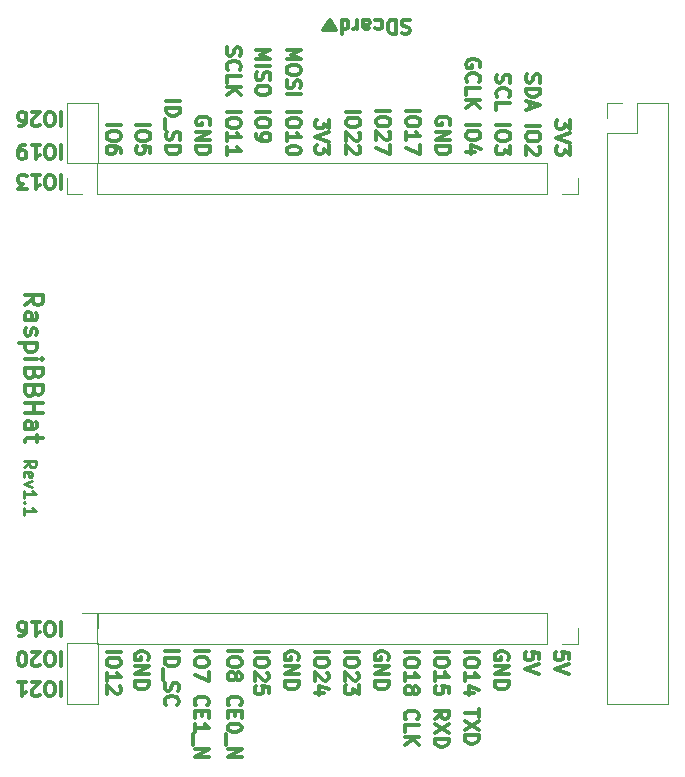
<source format=gto>
G04 #@! TF.GenerationSoftware,KiCad,Pcbnew,5.0.0-rc1-44a33f2~62~ubuntu17.10.1*
G04 #@! TF.CreationDate,2018-04-10T00:21:39+09:00*
G04 #@! TF.ProjectId,RaspiBBHat,526173706942424861742E6B69636164,rev?*
G04 #@! TF.SameCoordinates,Original*
G04 #@! TF.FileFunction,Legend,Top*
G04 #@! TF.FilePolarity,Positive*
%FSLAX46Y46*%
G04 Gerber Fmt 4.6, Leading zero omitted, Abs format (unit mm)*
G04 Created by KiCad (PCBNEW 5.0.0-rc1-44a33f2~62~ubuntu17.10.1) date Tue Apr 10 00:21:39 2018*
%MOMM*%
%LPD*%
G01*
G04 APERTURE LIST*
%ADD10C,0.250000*%
%ADD11C,0.300000*%
%ADD12C,0.120000*%
G04 APERTURE END LIST*
D10*
X73144119Y-105751523D02*
X73620309Y-105418190D01*
X73144119Y-105180095D02*
X74144119Y-105180095D01*
X74144119Y-105561047D01*
X74096500Y-105656285D01*
X74048880Y-105703904D01*
X73953642Y-105751523D01*
X73810785Y-105751523D01*
X73715547Y-105703904D01*
X73667928Y-105656285D01*
X73620309Y-105561047D01*
X73620309Y-105180095D01*
X73191738Y-106561047D02*
X73144119Y-106465809D01*
X73144119Y-106275333D01*
X73191738Y-106180095D01*
X73286976Y-106132476D01*
X73667928Y-106132476D01*
X73763166Y-106180095D01*
X73810785Y-106275333D01*
X73810785Y-106465809D01*
X73763166Y-106561047D01*
X73667928Y-106608666D01*
X73572690Y-106608666D01*
X73477452Y-106132476D01*
X73810785Y-106942000D02*
X73144119Y-107180095D01*
X73810785Y-107418190D01*
X73144119Y-108322952D02*
X73144119Y-107751523D01*
X73144119Y-108037238D02*
X74144119Y-108037238D01*
X74001261Y-107942000D01*
X73906023Y-107846761D01*
X73858404Y-107751523D01*
X73239357Y-108751523D02*
X73191738Y-108799142D01*
X73144119Y-108751523D01*
X73191738Y-108703904D01*
X73239357Y-108751523D01*
X73144119Y-108751523D01*
X73144119Y-109751523D02*
X73144119Y-109180095D01*
X73144119Y-109465809D02*
X74144119Y-109465809D01*
X74001261Y-109370571D01*
X73906023Y-109275333D01*
X73858404Y-109180095D01*
D11*
X73235428Y-92032000D02*
X73949714Y-91532000D01*
X73235428Y-91174857D02*
X74735428Y-91174857D01*
X74735428Y-91746285D01*
X74664000Y-91889142D01*
X74592571Y-91960571D01*
X74449714Y-92032000D01*
X74235428Y-92032000D01*
X74092571Y-91960571D01*
X74021142Y-91889142D01*
X73949714Y-91746285D01*
X73949714Y-91174857D01*
X73235428Y-93317714D02*
X74021142Y-93317714D01*
X74164000Y-93246285D01*
X74235428Y-93103428D01*
X74235428Y-92817714D01*
X74164000Y-92674857D01*
X73306857Y-93317714D02*
X73235428Y-93174857D01*
X73235428Y-92817714D01*
X73306857Y-92674857D01*
X73449714Y-92603428D01*
X73592571Y-92603428D01*
X73735428Y-92674857D01*
X73806857Y-92817714D01*
X73806857Y-93174857D01*
X73878285Y-93317714D01*
X73306857Y-93960571D02*
X73235428Y-94103428D01*
X73235428Y-94389142D01*
X73306857Y-94532000D01*
X73449714Y-94603428D01*
X73521142Y-94603428D01*
X73664000Y-94532000D01*
X73735428Y-94389142D01*
X73735428Y-94174857D01*
X73806857Y-94032000D01*
X73949714Y-93960571D01*
X74021142Y-93960571D01*
X74164000Y-94032000D01*
X74235428Y-94174857D01*
X74235428Y-94389142D01*
X74164000Y-94532000D01*
X74235428Y-95246285D02*
X72735428Y-95246285D01*
X74164000Y-95246285D02*
X74235428Y-95389142D01*
X74235428Y-95674857D01*
X74164000Y-95817714D01*
X74092571Y-95889142D01*
X73949714Y-95960571D01*
X73521142Y-95960571D01*
X73378285Y-95889142D01*
X73306857Y-95817714D01*
X73235428Y-95674857D01*
X73235428Y-95389142D01*
X73306857Y-95246285D01*
X73235428Y-96603428D02*
X74235428Y-96603428D01*
X74735428Y-96603428D02*
X74664000Y-96532000D01*
X74592571Y-96603428D01*
X74664000Y-96674857D01*
X74735428Y-96603428D01*
X74592571Y-96603428D01*
X74021142Y-97817714D02*
X73949714Y-98032000D01*
X73878285Y-98103428D01*
X73735428Y-98174857D01*
X73521142Y-98174857D01*
X73378285Y-98103428D01*
X73306857Y-98032000D01*
X73235428Y-97889142D01*
X73235428Y-97317714D01*
X74735428Y-97317714D01*
X74735428Y-97817714D01*
X74664000Y-97960571D01*
X74592571Y-98032000D01*
X74449714Y-98103428D01*
X74306857Y-98103428D01*
X74164000Y-98032000D01*
X74092571Y-97960571D01*
X74021142Y-97817714D01*
X74021142Y-97317714D01*
X74021142Y-99317714D02*
X73949714Y-99532000D01*
X73878285Y-99603428D01*
X73735428Y-99674857D01*
X73521142Y-99674857D01*
X73378285Y-99603428D01*
X73306857Y-99532000D01*
X73235428Y-99389142D01*
X73235428Y-98817714D01*
X74735428Y-98817714D01*
X74735428Y-99317714D01*
X74664000Y-99460571D01*
X74592571Y-99532000D01*
X74449714Y-99603428D01*
X74306857Y-99603428D01*
X74164000Y-99532000D01*
X74092571Y-99460571D01*
X74021142Y-99317714D01*
X74021142Y-98817714D01*
X73235428Y-100317714D02*
X74735428Y-100317714D01*
X74021142Y-100317714D02*
X74021142Y-101174857D01*
X73235428Y-101174857D02*
X74735428Y-101174857D01*
X73235428Y-102532000D02*
X74021142Y-102532000D01*
X74164000Y-102460571D01*
X74235428Y-102317714D01*
X74235428Y-102032000D01*
X74164000Y-101889142D01*
X73306857Y-102532000D02*
X73235428Y-102389142D01*
X73235428Y-102032000D01*
X73306857Y-101889142D01*
X73449714Y-101817714D01*
X73592571Y-101817714D01*
X73735428Y-101889142D01*
X73806857Y-102032000D01*
X73806857Y-102389142D01*
X73878285Y-102532000D01*
X74235428Y-103032000D02*
X74235428Y-103603428D01*
X74735428Y-103246285D02*
X73449714Y-103246285D01*
X73306857Y-103317714D01*
X73235428Y-103460571D01*
X73235428Y-103603428D01*
X105828642Y-67903785D02*
X105657214Y-67846642D01*
X105371500Y-67846642D01*
X105257214Y-67903785D01*
X105200071Y-67960928D01*
X105142928Y-68075214D01*
X105142928Y-68189500D01*
X105200071Y-68303785D01*
X105257214Y-68360928D01*
X105371500Y-68418071D01*
X105600071Y-68475214D01*
X105714357Y-68532357D01*
X105771500Y-68589500D01*
X105828642Y-68703785D01*
X105828642Y-68818071D01*
X105771500Y-68932357D01*
X105714357Y-68989500D01*
X105600071Y-69046642D01*
X105314357Y-69046642D01*
X105142928Y-68989500D01*
X104628642Y-67846642D02*
X104628642Y-69046642D01*
X104342928Y-69046642D01*
X104171500Y-68989500D01*
X104057214Y-68875214D01*
X104000071Y-68760928D01*
X103942928Y-68532357D01*
X103942928Y-68360928D01*
X104000071Y-68132357D01*
X104057214Y-68018071D01*
X104171500Y-67903785D01*
X104342928Y-67846642D01*
X104628642Y-67846642D01*
X102914357Y-67903785D02*
X103028642Y-67846642D01*
X103257214Y-67846642D01*
X103371500Y-67903785D01*
X103428642Y-67960928D01*
X103485785Y-68075214D01*
X103485785Y-68418071D01*
X103428642Y-68532357D01*
X103371500Y-68589500D01*
X103257214Y-68646642D01*
X103028642Y-68646642D01*
X102914357Y-68589500D01*
X101885785Y-67846642D02*
X101885785Y-68475214D01*
X101942928Y-68589500D01*
X102057214Y-68646642D01*
X102285785Y-68646642D01*
X102400071Y-68589500D01*
X101885785Y-67903785D02*
X102000071Y-67846642D01*
X102285785Y-67846642D01*
X102400071Y-67903785D01*
X102457214Y-68018071D01*
X102457214Y-68132357D01*
X102400071Y-68246642D01*
X102285785Y-68303785D01*
X102000071Y-68303785D01*
X101885785Y-68360928D01*
X101314357Y-67846642D02*
X101314357Y-68646642D01*
X101314357Y-68418071D02*
X101257214Y-68532357D01*
X101200071Y-68589500D01*
X101085785Y-68646642D01*
X100971500Y-68646642D01*
X100057214Y-67846642D02*
X100057214Y-69046642D01*
X100057214Y-67903785D02*
X100171500Y-67846642D01*
X100400071Y-67846642D01*
X100514357Y-67903785D01*
X100571500Y-67960928D01*
X100628642Y-68075214D01*
X100628642Y-68418071D01*
X100571500Y-68532357D01*
X100514357Y-68589500D01*
X100400071Y-68646642D01*
X100171500Y-68646642D01*
X100057214Y-68589500D01*
X98571500Y-68703785D02*
X98571500Y-68760928D01*
X98628642Y-68589500D02*
X98628642Y-68760928D01*
X98685785Y-68475214D02*
X98685785Y-68760928D01*
X98742928Y-68360928D02*
X98742928Y-68760928D01*
X98800071Y-68303785D02*
X98800071Y-68760928D01*
X98857214Y-68189500D02*
X98857214Y-68760928D01*
X98914357Y-68075214D02*
X98914357Y-68760928D01*
X98971500Y-67960928D02*
X98971500Y-68760928D01*
X99028642Y-67846642D02*
X99028642Y-68760928D01*
X99085785Y-67960928D02*
X99085785Y-68760928D01*
X99142928Y-68075214D02*
X99142928Y-68760928D01*
X99200071Y-68189500D02*
X99200071Y-68760928D01*
X99257214Y-68303785D02*
X99257214Y-68760928D01*
X99314357Y-68360928D02*
X99314357Y-68760928D01*
X99371500Y-68475214D02*
X99371500Y-68760928D01*
X99428642Y-68589500D02*
X99428642Y-68760928D01*
X99485785Y-68760928D02*
X99028642Y-67903785D01*
X98571500Y-68760928D01*
X99485785Y-68703785D02*
X99485785Y-68760928D01*
X99028642Y-67846642D02*
X99542928Y-68760928D01*
X98514357Y-68760928D01*
X99028642Y-67846642D01*
X107915142Y-121349000D02*
X109115142Y-121349000D01*
X109115142Y-122149000D02*
X109115142Y-122377571D01*
X109058000Y-122491857D01*
X108943714Y-122606142D01*
X108715142Y-122663285D01*
X108315142Y-122663285D01*
X108086571Y-122606142D01*
X107972285Y-122491857D01*
X107915142Y-122377571D01*
X107915142Y-122149000D01*
X107972285Y-122034714D01*
X108086571Y-121920428D01*
X108315142Y-121863285D01*
X108715142Y-121863285D01*
X108943714Y-121920428D01*
X109058000Y-122034714D01*
X109115142Y-122149000D01*
X107915142Y-123806142D02*
X107915142Y-123120428D01*
X107915142Y-123463285D02*
X109115142Y-123463285D01*
X108943714Y-123349000D01*
X108829428Y-123234714D01*
X108772285Y-123120428D01*
X109115142Y-124891857D02*
X109115142Y-124320428D01*
X108543714Y-124263285D01*
X108600857Y-124320428D01*
X108658000Y-124434714D01*
X108658000Y-124720428D01*
X108600857Y-124834714D01*
X108543714Y-124891857D01*
X108429428Y-124949000D01*
X108143714Y-124949000D01*
X108029428Y-124891857D01*
X107972285Y-124834714D01*
X107915142Y-124720428D01*
X107915142Y-124434714D01*
X107972285Y-124320428D01*
X108029428Y-124263285D01*
X107915142Y-127063285D02*
X108486571Y-126663285D01*
X107915142Y-126377571D02*
X109115142Y-126377571D01*
X109115142Y-126834714D01*
X109058000Y-126949000D01*
X109000857Y-127006142D01*
X108886571Y-127063285D01*
X108715142Y-127063285D01*
X108600857Y-127006142D01*
X108543714Y-126949000D01*
X108486571Y-126834714D01*
X108486571Y-126377571D01*
X109115142Y-127463285D02*
X107915142Y-128263285D01*
X109115142Y-128263285D02*
X107915142Y-127463285D01*
X107915142Y-128720428D02*
X109115142Y-128720428D01*
X109115142Y-129006142D01*
X109058000Y-129177571D01*
X108943714Y-129291857D01*
X108829428Y-129349000D01*
X108600857Y-129406142D01*
X108429428Y-129406142D01*
X108200857Y-129349000D01*
X108086571Y-129291857D01*
X107972285Y-129177571D01*
X107915142Y-129006142D01*
X107915142Y-128720428D01*
X105375142Y-121371214D02*
X106575142Y-121371214D01*
X106575142Y-122171214D02*
X106575142Y-122399785D01*
X106518000Y-122514071D01*
X106403714Y-122628357D01*
X106175142Y-122685500D01*
X105775142Y-122685500D01*
X105546571Y-122628357D01*
X105432285Y-122514071D01*
X105375142Y-122399785D01*
X105375142Y-122171214D01*
X105432285Y-122056928D01*
X105546571Y-121942642D01*
X105775142Y-121885500D01*
X106175142Y-121885500D01*
X106403714Y-121942642D01*
X106518000Y-122056928D01*
X106575142Y-122171214D01*
X105375142Y-123828357D02*
X105375142Y-123142642D01*
X105375142Y-123485500D02*
X106575142Y-123485500D01*
X106403714Y-123371214D01*
X106289428Y-123256928D01*
X106232285Y-123142642D01*
X106060857Y-124514071D02*
X106118000Y-124399785D01*
X106175142Y-124342642D01*
X106289428Y-124285500D01*
X106346571Y-124285500D01*
X106460857Y-124342642D01*
X106518000Y-124399785D01*
X106575142Y-124514071D01*
X106575142Y-124742642D01*
X106518000Y-124856928D01*
X106460857Y-124914071D01*
X106346571Y-124971214D01*
X106289428Y-124971214D01*
X106175142Y-124914071D01*
X106118000Y-124856928D01*
X106060857Y-124742642D01*
X106060857Y-124514071D01*
X106003714Y-124399785D01*
X105946571Y-124342642D01*
X105832285Y-124285500D01*
X105603714Y-124285500D01*
X105489428Y-124342642D01*
X105432285Y-124399785D01*
X105375142Y-124514071D01*
X105375142Y-124742642D01*
X105432285Y-124856928D01*
X105489428Y-124914071D01*
X105603714Y-124971214D01*
X105832285Y-124971214D01*
X105946571Y-124914071D01*
X106003714Y-124856928D01*
X106060857Y-124742642D01*
X105489428Y-127085500D02*
X105432285Y-127028357D01*
X105375142Y-126856928D01*
X105375142Y-126742642D01*
X105432285Y-126571214D01*
X105546571Y-126456928D01*
X105660857Y-126399785D01*
X105889428Y-126342642D01*
X106060857Y-126342642D01*
X106289428Y-126399785D01*
X106403714Y-126456928D01*
X106518000Y-126571214D01*
X106575142Y-126742642D01*
X106575142Y-126856928D01*
X106518000Y-127028357D01*
X106460857Y-127085500D01*
X105375142Y-128171214D02*
X105375142Y-127599785D01*
X106575142Y-127599785D01*
X105375142Y-128571214D02*
X106575142Y-128571214D01*
X105375142Y-129256928D02*
X106060857Y-128742642D01*
X106575142Y-129256928D02*
X105889428Y-128571214D01*
X80165642Y-121355071D02*
X81365642Y-121355071D01*
X81365642Y-122155071D02*
X81365642Y-122383642D01*
X81308500Y-122497928D01*
X81194214Y-122612214D01*
X80965642Y-122669357D01*
X80565642Y-122669357D01*
X80337071Y-122612214D01*
X80222785Y-122497928D01*
X80165642Y-122383642D01*
X80165642Y-122155071D01*
X80222785Y-122040785D01*
X80337071Y-121926500D01*
X80565642Y-121869357D01*
X80965642Y-121869357D01*
X81194214Y-121926500D01*
X81308500Y-122040785D01*
X81365642Y-122155071D01*
X80165642Y-123812214D02*
X80165642Y-123126500D01*
X80165642Y-123469357D02*
X81365642Y-123469357D01*
X81194214Y-123355071D01*
X81079928Y-123240785D01*
X81022785Y-123126500D01*
X81251357Y-124269357D02*
X81308500Y-124326500D01*
X81365642Y-124440785D01*
X81365642Y-124726500D01*
X81308500Y-124840785D01*
X81251357Y-124897928D01*
X81137071Y-124955071D01*
X81022785Y-124955071D01*
X80851357Y-124897928D01*
X80165642Y-124212214D01*
X80165642Y-124955071D01*
X96358000Y-122021714D02*
X96415142Y-121907428D01*
X96415142Y-121736000D01*
X96358000Y-121564571D01*
X96243714Y-121450285D01*
X96129428Y-121393142D01*
X95900857Y-121336000D01*
X95729428Y-121336000D01*
X95500857Y-121393142D01*
X95386571Y-121450285D01*
X95272285Y-121564571D01*
X95215142Y-121736000D01*
X95215142Y-121850285D01*
X95272285Y-122021714D01*
X95329428Y-122078857D01*
X95729428Y-122078857D01*
X95729428Y-121850285D01*
X95215142Y-122593142D02*
X96415142Y-122593142D01*
X95215142Y-123278857D01*
X96415142Y-123278857D01*
X95215142Y-123850285D02*
X96415142Y-123850285D01*
X96415142Y-124136000D01*
X96358000Y-124307428D01*
X96243714Y-124421714D01*
X96129428Y-124478857D01*
X95900857Y-124536000D01*
X95729428Y-124536000D01*
X95500857Y-124478857D01*
X95386571Y-124421714D01*
X95272285Y-124307428D01*
X95215142Y-124136000D01*
X95215142Y-123850285D01*
X97755142Y-121355071D02*
X98955142Y-121355071D01*
X98955142Y-122155071D02*
X98955142Y-122383642D01*
X98898000Y-122497928D01*
X98783714Y-122612214D01*
X98555142Y-122669357D01*
X98155142Y-122669357D01*
X97926571Y-122612214D01*
X97812285Y-122497928D01*
X97755142Y-122383642D01*
X97755142Y-122155071D01*
X97812285Y-122040785D01*
X97926571Y-121926500D01*
X98155142Y-121869357D01*
X98555142Y-121869357D01*
X98783714Y-121926500D01*
X98898000Y-122040785D01*
X98955142Y-122155071D01*
X98840857Y-123126500D02*
X98898000Y-123183642D01*
X98955142Y-123297928D01*
X98955142Y-123583642D01*
X98898000Y-123697928D01*
X98840857Y-123755071D01*
X98726571Y-123812214D01*
X98612285Y-123812214D01*
X98440857Y-123755071D01*
X97755142Y-123069357D01*
X97755142Y-123812214D01*
X98555142Y-124840785D02*
X97755142Y-124840785D01*
X99012285Y-124555071D02*
X98155142Y-124269357D01*
X98155142Y-125012214D01*
X119275142Y-122008928D02*
X119275142Y-121437500D01*
X118703714Y-121380357D01*
X118760857Y-121437500D01*
X118818000Y-121551785D01*
X118818000Y-121837500D01*
X118760857Y-121951785D01*
X118703714Y-122008928D01*
X118589428Y-122066071D01*
X118303714Y-122066071D01*
X118189428Y-122008928D01*
X118132285Y-121951785D01*
X118075142Y-121837500D01*
X118075142Y-121551785D01*
X118132285Y-121437500D01*
X118189428Y-121380357D01*
X119275142Y-122408928D02*
X118075142Y-122808928D01*
X119275142Y-123208928D01*
X116735142Y-122008928D02*
X116735142Y-121437500D01*
X116163714Y-121380357D01*
X116220857Y-121437500D01*
X116278000Y-121551785D01*
X116278000Y-121837500D01*
X116220857Y-121951785D01*
X116163714Y-122008928D01*
X116049428Y-122066071D01*
X115763714Y-122066071D01*
X115649428Y-122008928D01*
X115592285Y-121951785D01*
X115535142Y-121837500D01*
X115535142Y-121551785D01*
X115592285Y-121437500D01*
X115649428Y-121380357D01*
X116735142Y-122408928D02*
X115535142Y-122808928D01*
X116735142Y-123208928D01*
X83658000Y-122021714D02*
X83715142Y-121907428D01*
X83715142Y-121736000D01*
X83658000Y-121564571D01*
X83543714Y-121450285D01*
X83429428Y-121393142D01*
X83200857Y-121336000D01*
X83029428Y-121336000D01*
X82800857Y-121393142D01*
X82686571Y-121450285D01*
X82572285Y-121564571D01*
X82515142Y-121736000D01*
X82515142Y-121850285D01*
X82572285Y-122021714D01*
X82629428Y-122078857D01*
X83029428Y-122078857D01*
X83029428Y-121850285D01*
X82515142Y-122593142D02*
X83715142Y-122593142D01*
X82515142Y-123278857D01*
X83715142Y-123278857D01*
X82515142Y-123850285D02*
X83715142Y-123850285D01*
X83715142Y-124136000D01*
X83658000Y-124307428D01*
X83543714Y-124421714D01*
X83429428Y-124478857D01*
X83200857Y-124536000D01*
X83029428Y-124536000D01*
X82800857Y-124478857D01*
X82686571Y-124421714D01*
X82572285Y-124307428D01*
X82515142Y-124136000D01*
X82515142Y-123850285D01*
X110455142Y-121364857D02*
X111655142Y-121364857D01*
X111655142Y-122164857D02*
X111655142Y-122393428D01*
X111598000Y-122507714D01*
X111483714Y-122622000D01*
X111255142Y-122679142D01*
X110855142Y-122679142D01*
X110626571Y-122622000D01*
X110512285Y-122507714D01*
X110455142Y-122393428D01*
X110455142Y-122164857D01*
X110512285Y-122050571D01*
X110626571Y-121936285D01*
X110855142Y-121879142D01*
X111255142Y-121879142D01*
X111483714Y-121936285D01*
X111598000Y-122050571D01*
X111655142Y-122164857D01*
X110455142Y-123822000D02*
X110455142Y-123136285D01*
X110455142Y-123479142D02*
X111655142Y-123479142D01*
X111483714Y-123364857D01*
X111369428Y-123250571D01*
X111312285Y-123136285D01*
X111255142Y-124850571D02*
X110455142Y-124850571D01*
X111712285Y-124564857D02*
X110855142Y-124279142D01*
X110855142Y-125022000D01*
X111655142Y-126222000D02*
X111655142Y-126907714D01*
X110455142Y-126564857D02*
X111655142Y-126564857D01*
X111655142Y-127193428D02*
X110455142Y-127993428D01*
X111655142Y-127993428D02*
X110455142Y-127193428D01*
X110455142Y-128450571D02*
X111655142Y-128450571D01*
X111655142Y-128736285D01*
X111598000Y-128907714D01*
X111483714Y-129022000D01*
X111369428Y-129079142D01*
X111140857Y-129136285D01*
X110969428Y-129136285D01*
X110740857Y-129079142D01*
X110626571Y-129022000D01*
X110512285Y-128907714D01*
X110455142Y-128736285D01*
X110455142Y-128450571D01*
X100295142Y-121355071D02*
X101495142Y-121355071D01*
X101495142Y-122155071D02*
X101495142Y-122383642D01*
X101438000Y-122497928D01*
X101323714Y-122612214D01*
X101095142Y-122669357D01*
X100695142Y-122669357D01*
X100466571Y-122612214D01*
X100352285Y-122497928D01*
X100295142Y-122383642D01*
X100295142Y-122155071D01*
X100352285Y-122040785D01*
X100466571Y-121926500D01*
X100695142Y-121869357D01*
X101095142Y-121869357D01*
X101323714Y-121926500D01*
X101438000Y-122040785D01*
X101495142Y-122155071D01*
X101380857Y-123126500D02*
X101438000Y-123183642D01*
X101495142Y-123297928D01*
X101495142Y-123583642D01*
X101438000Y-123697928D01*
X101380857Y-123755071D01*
X101266571Y-123812214D01*
X101152285Y-123812214D01*
X100980857Y-123755071D01*
X100295142Y-123069357D01*
X100295142Y-123812214D01*
X101495142Y-124212214D02*
X101495142Y-124955071D01*
X101038000Y-124555071D01*
X101038000Y-124726500D01*
X100980857Y-124840785D01*
X100923714Y-124897928D01*
X100809428Y-124955071D01*
X100523714Y-124955071D01*
X100409428Y-124897928D01*
X100352285Y-124840785D01*
X100295142Y-124726500D01*
X100295142Y-124383642D01*
X100352285Y-124269357D01*
X100409428Y-124212214D01*
X87595142Y-121336357D02*
X88795142Y-121336357D01*
X88795142Y-122136357D02*
X88795142Y-122364928D01*
X88738000Y-122479214D01*
X88623714Y-122593500D01*
X88395142Y-122650642D01*
X87995142Y-122650642D01*
X87766571Y-122593500D01*
X87652285Y-122479214D01*
X87595142Y-122364928D01*
X87595142Y-122136357D01*
X87652285Y-122022071D01*
X87766571Y-121907785D01*
X87995142Y-121850642D01*
X88395142Y-121850642D01*
X88623714Y-121907785D01*
X88738000Y-122022071D01*
X88795142Y-122136357D01*
X88795142Y-123050642D02*
X88795142Y-123850642D01*
X87595142Y-123336357D01*
X87709428Y-125907785D02*
X87652285Y-125850642D01*
X87595142Y-125679214D01*
X87595142Y-125564928D01*
X87652285Y-125393500D01*
X87766571Y-125279214D01*
X87880857Y-125222071D01*
X88109428Y-125164928D01*
X88280857Y-125164928D01*
X88509428Y-125222071D01*
X88623714Y-125279214D01*
X88738000Y-125393500D01*
X88795142Y-125564928D01*
X88795142Y-125679214D01*
X88738000Y-125850642D01*
X88680857Y-125907785D01*
X88223714Y-126422071D02*
X88223714Y-126822071D01*
X87595142Y-126993500D02*
X87595142Y-126422071D01*
X88795142Y-126422071D01*
X88795142Y-126993500D01*
X87595142Y-128136357D02*
X87595142Y-127450642D01*
X87595142Y-127793500D02*
X88795142Y-127793500D01*
X88623714Y-127679214D01*
X88509428Y-127564928D01*
X88452285Y-127450642D01*
X87480857Y-128364928D02*
X87480857Y-129279214D01*
X87595142Y-129564928D02*
X88795142Y-129564928D01*
X87595142Y-130250642D01*
X88795142Y-130250642D01*
X103978000Y-122021714D02*
X104035142Y-121907428D01*
X104035142Y-121736000D01*
X103978000Y-121564571D01*
X103863714Y-121450285D01*
X103749428Y-121393142D01*
X103520857Y-121336000D01*
X103349428Y-121336000D01*
X103120857Y-121393142D01*
X103006571Y-121450285D01*
X102892285Y-121564571D01*
X102835142Y-121736000D01*
X102835142Y-121850285D01*
X102892285Y-122021714D01*
X102949428Y-122078857D01*
X103349428Y-122078857D01*
X103349428Y-121850285D01*
X102835142Y-122593142D02*
X104035142Y-122593142D01*
X102835142Y-123278857D01*
X104035142Y-123278857D01*
X102835142Y-123850285D02*
X104035142Y-123850285D01*
X104035142Y-124136000D01*
X103978000Y-124307428D01*
X103863714Y-124421714D01*
X103749428Y-124478857D01*
X103520857Y-124536000D01*
X103349428Y-124536000D01*
X103120857Y-124478857D01*
X103006571Y-124421714D01*
X102892285Y-124307428D01*
X102835142Y-124136000D01*
X102835142Y-123850285D01*
X114138000Y-122021714D02*
X114195142Y-121907428D01*
X114195142Y-121736000D01*
X114138000Y-121564571D01*
X114023714Y-121450285D01*
X113909428Y-121393142D01*
X113680857Y-121336000D01*
X113509428Y-121336000D01*
X113280857Y-121393142D01*
X113166571Y-121450285D01*
X113052285Y-121564571D01*
X112995142Y-121736000D01*
X112995142Y-121850285D01*
X113052285Y-122021714D01*
X113109428Y-122078857D01*
X113509428Y-122078857D01*
X113509428Y-121850285D01*
X112995142Y-122593142D02*
X114195142Y-122593142D01*
X112995142Y-123278857D01*
X114195142Y-123278857D01*
X112995142Y-123850285D02*
X114195142Y-123850285D01*
X114195142Y-124136000D01*
X114138000Y-124307428D01*
X114023714Y-124421714D01*
X113909428Y-124478857D01*
X113680857Y-124536000D01*
X113509428Y-124536000D01*
X113280857Y-124478857D01*
X113166571Y-124421714D01*
X113052285Y-124307428D01*
X112995142Y-124136000D01*
X112995142Y-123850285D01*
X90389142Y-121336357D02*
X91589142Y-121336357D01*
X91589142Y-122136357D02*
X91589142Y-122364928D01*
X91532000Y-122479214D01*
X91417714Y-122593500D01*
X91189142Y-122650642D01*
X90789142Y-122650642D01*
X90560571Y-122593500D01*
X90446285Y-122479214D01*
X90389142Y-122364928D01*
X90389142Y-122136357D01*
X90446285Y-122022071D01*
X90560571Y-121907785D01*
X90789142Y-121850642D01*
X91189142Y-121850642D01*
X91417714Y-121907785D01*
X91532000Y-122022071D01*
X91589142Y-122136357D01*
X91074857Y-123336357D02*
X91132000Y-123222071D01*
X91189142Y-123164928D01*
X91303428Y-123107785D01*
X91360571Y-123107785D01*
X91474857Y-123164928D01*
X91532000Y-123222071D01*
X91589142Y-123336357D01*
X91589142Y-123564928D01*
X91532000Y-123679214D01*
X91474857Y-123736357D01*
X91360571Y-123793500D01*
X91303428Y-123793500D01*
X91189142Y-123736357D01*
X91132000Y-123679214D01*
X91074857Y-123564928D01*
X91074857Y-123336357D01*
X91017714Y-123222071D01*
X90960571Y-123164928D01*
X90846285Y-123107785D01*
X90617714Y-123107785D01*
X90503428Y-123164928D01*
X90446285Y-123222071D01*
X90389142Y-123336357D01*
X90389142Y-123564928D01*
X90446285Y-123679214D01*
X90503428Y-123736357D01*
X90617714Y-123793500D01*
X90846285Y-123793500D01*
X90960571Y-123736357D01*
X91017714Y-123679214D01*
X91074857Y-123564928D01*
X90503428Y-125907785D02*
X90446285Y-125850642D01*
X90389142Y-125679214D01*
X90389142Y-125564928D01*
X90446285Y-125393500D01*
X90560571Y-125279214D01*
X90674857Y-125222071D01*
X90903428Y-125164928D01*
X91074857Y-125164928D01*
X91303428Y-125222071D01*
X91417714Y-125279214D01*
X91532000Y-125393500D01*
X91589142Y-125564928D01*
X91589142Y-125679214D01*
X91532000Y-125850642D01*
X91474857Y-125907785D01*
X91017714Y-126422071D02*
X91017714Y-126822071D01*
X90389142Y-126993500D02*
X90389142Y-126422071D01*
X91589142Y-126422071D01*
X91589142Y-126993500D01*
X91589142Y-127736357D02*
X91589142Y-127850642D01*
X91532000Y-127964928D01*
X91474857Y-128022071D01*
X91360571Y-128079214D01*
X91132000Y-128136357D01*
X90846285Y-128136357D01*
X90617714Y-128079214D01*
X90503428Y-128022071D01*
X90446285Y-127964928D01*
X90389142Y-127850642D01*
X90389142Y-127736357D01*
X90446285Y-127622071D01*
X90503428Y-127564928D01*
X90617714Y-127507785D01*
X90846285Y-127450642D01*
X91132000Y-127450642D01*
X91360571Y-127507785D01*
X91474857Y-127564928D01*
X91532000Y-127622071D01*
X91589142Y-127736357D01*
X90274857Y-128364928D02*
X90274857Y-129279214D01*
X90389142Y-129564928D02*
X91589142Y-129564928D01*
X90389142Y-130250642D01*
X91589142Y-130250642D01*
X85055142Y-121342428D02*
X86255142Y-121342428D01*
X85055142Y-121913857D02*
X86255142Y-121913857D01*
X86255142Y-122199571D01*
X86198000Y-122371000D01*
X86083714Y-122485285D01*
X85969428Y-122542428D01*
X85740857Y-122599571D01*
X85569428Y-122599571D01*
X85340857Y-122542428D01*
X85226571Y-122485285D01*
X85112285Y-122371000D01*
X85055142Y-122199571D01*
X85055142Y-121913857D01*
X84940857Y-122828142D02*
X84940857Y-123742428D01*
X85112285Y-123971000D02*
X85055142Y-124142428D01*
X85055142Y-124428142D01*
X85112285Y-124542428D01*
X85169428Y-124599571D01*
X85283714Y-124656714D01*
X85398000Y-124656714D01*
X85512285Y-124599571D01*
X85569428Y-124542428D01*
X85626571Y-124428142D01*
X85683714Y-124199571D01*
X85740857Y-124085285D01*
X85798000Y-124028142D01*
X85912285Y-123971000D01*
X86026571Y-123971000D01*
X86140857Y-124028142D01*
X86198000Y-124085285D01*
X86255142Y-124199571D01*
X86255142Y-124485285D01*
X86198000Y-124656714D01*
X85169428Y-125856714D02*
X85112285Y-125799571D01*
X85055142Y-125628142D01*
X85055142Y-125513857D01*
X85112285Y-125342428D01*
X85226571Y-125228142D01*
X85340857Y-125171000D01*
X85569428Y-125113857D01*
X85740857Y-125113857D01*
X85969428Y-125171000D01*
X86083714Y-125228142D01*
X86198000Y-125342428D01*
X86255142Y-125513857D01*
X86255142Y-125628142D01*
X86198000Y-125799571D01*
X86140857Y-125856714D01*
X92675142Y-121355071D02*
X93875142Y-121355071D01*
X93875142Y-122155071D02*
X93875142Y-122383642D01*
X93818000Y-122497928D01*
X93703714Y-122612214D01*
X93475142Y-122669357D01*
X93075142Y-122669357D01*
X92846571Y-122612214D01*
X92732285Y-122497928D01*
X92675142Y-122383642D01*
X92675142Y-122155071D01*
X92732285Y-122040785D01*
X92846571Y-121926500D01*
X93075142Y-121869357D01*
X93475142Y-121869357D01*
X93703714Y-121926500D01*
X93818000Y-122040785D01*
X93875142Y-122155071D01*
X93760857Y-123126500D02*
X93818000Y-123183642D01*
X93875142Y-123297928D01*
X93875142Y-123583642D01*
X93818000Y-123697928D01*
X93760857Y-123755071D01*
X93646571Y-123812214D01*
X93532285Y-123812214D01*
X93360857Y-123755071D01*
X92675142Y-123069357D01*
X92675142Y-123812214D01*
X93875142Y-124897928D02*
X93875142Y-124326500D01*
X93303714Y-124269357D01*
X93360857Y-124326500D01*
X93418000Y-124440785D01*
X93418000Y-124726500D01*
X93360857Y-124840785D01*
X93303714Y-124897928D01*
X93189428Y-124955071D01*
X92903714Y-124955071D01*
X92789428Y-124897928D01*
X92732285Y-124840785D01*
X92675142Y-124726500D01*
X92675142Y-124440785D01*
X92732285Y-124326500D01*
X92789428Y-124269357D01*
X76256928Y-118837142D02*
X76256928Y-120037142D01*
X75456928Y-120037142D02*
X75228357Y-120037142D01*
X75114071Y-119980000D01*
X74999785Y-119865714D01*
X74942642Y-119637142D01*
X74942642Y-119237142D01*
X74999785Y-119008571D01*
X75114071Y-118894285D01*
X75228357Y-118837142D01*
X75456928Y-118837142D01*
X75571214Y-118894285D01*
X75685500Y-119008571D01*
X75742642Y-119237142D01*
X75742642Y-119637142D01*
X75685500Y-119865714D01*
X75571214Y-119980000D01*
X75456928Y-120037142D01*
X73799785Y-118837142D02*
X74485500Y-118837142D01*
X74142642Y-118837142D02*
X74142642Y-120037142D01*
X74256928Y-119865714D01*
X74371214Y-119751428D01*
X74485500Y-119694285D01*
X72771214Y-120037142D02*
X72999785Y-120037142D01*
X73114071Y-119980000D01*
X73171214Y-119922857D01*
X73285500Y-119751428D01*
X73342642Y-119522857D01*
X73342642Y-119065714D01*
X73285500Y-118951428D01*
X73228357Y-118894285D01*
X73114071Y-118837142D01*
X72885500Y-118837142D01*
X72771214Y-118894285D01*
X72714071Y-118951428D01*
X72656928Y-119065714D01*
X72656928Y-119351428D01*
X72714071Y-119465714D01*
X72771214Y-119522857D01*
X72885500Y-119580000D01*
X73114071Y-119580000D01*
X73228357Y-119522857D01*
X73285500Y-119465714D01*
X73342642Y-119351428D01*
X76256928Y-75657142D02*
X76256928Y-76857142D01*
X75456928Y-76857142D02*
X75228357Y-76857142D01*
X75114071Y-76800000D01*
X74999785Y-76685714D01*
X74942642Y-76457142D01*
X74942642Y-76057142D01*
X74999785Y-75828571D01*
X75114071Y-75714285D01*
X75228357Y-75657142D01*
X75456928Y-75657142D01*
X75571214Y-75714285D01*
X75685500Y-75828571D01*
X75742642Y-76057142D01*
X75742642Y-76457142D01*
X75685500Y-76685714D01*
X75571214Y-76800000D01*
X75456928Y-76857142D01*
X74485500Y-76742857D02*
X74428357Y-76800000D01*
X74314071Y-76857142D01*
X74028357Y-76857142D01*
X73914071Y-76800000D01*
X73856928Y-76742857D01*
X73799785Y-76628571D01*
X73799785Y-76514285D01*
X73856928Y-76342857D01*
X74542642Y-75657142D01*
X73799785Y-75657142D01*
X72771214Y-76857142D02*
X72999785Y-76857142D01*
X73114071Y-76800000D01*
X73171214Y-76742857D01*
X73285500Y-76571428D01*
X73342642Y-76342857D01*
X73342642Y-75885714D01*
X73285500Y-75771428D01*
X73228357Y-75714285D01*
X73114071Y-75657142D01*
X72885500Y-75657142D01*
X72771214Y-75714285D01*
X72714071Y-75771428D01*
X72656928Y-75885714D01*
X72656928Y-76171428D01*
X72714071Y-76285714D01*
X72771214Y-76342857D01*
X72885500Y-76400000D01*
X73114071Y-76400000D01*
X73228357Y-76342857D01*
X73285500Y-76285714D01*
X73342642Y-76171428D01*
X76256928Y-121377142D02*
X76256928Y-122577142D01*
X75456928Y-122577142D02*
X75228357Y-122577142D01*
X75114071Y-122520000D01*
X74999785Y-122405714D01*
X74942642Y-122177142D01*
X74942642Y-121777142D01*
X74999785Y-121548571D01*
X75114071Y-121434285D01*
X75228357Y-121377142D01*
X75456928Y-121377142D01*
X75571214Y-121434285D01*
X75685500Y-121548571D01*
X75742642Y-121777142D01*
X75742642Y-122177142D01*
X75685500Y-122405714D01*
X75571214Y-122520000D01*
X75456928Y-122577142D01*
X74485500Y-122462857D02*
X74428357Y-122520000D01*
X74314071Y-122577142D01*
X74028357Y-122577142D01*
X73914071Y-122520000D01*
X73856928Y-122462857D01*
X73799785Y-122348571D01*
X73799785Y-122234285D01*
X73856928Y-122062857D01*
X74542642Y-121377142D01*
X73799785Y-121377142D01*
X73056928Y-122577142D02*
X72942642Y-122577142D01*
X72828357Y-122520000D01*
X72771214Y-122462857D01*
X72714071Y-122348571D01*
X72656928Y-122120000D01*
X72656928Y-121834285D01*
X72714071Y-121605714D01*
X72771214Y-121491428D01*
X72828357Y-121434285D01*
X72942642Y-121377142D01*
X73056928Y-121377142D01*
X73171214Y-121434285D01*
X73228357Y-121491428D01*
X73285500Y-121605714D01*
X73342642Y-121834285D01*
X73342642Y-122120000D01*
X73285500Y-122348571D01*
X73228357Y-122462857D01*
X73171214Y-122520000D01*
X73056928Y-122577142D01*
X76256928Y-123917142D02*
X76256928Y-125117142D01*
X75456928Y-125117142D02*
X75228357Y-125117142D01*
X75114071Y-125060000D01*
X74999785Y-124945714D01*
X74942642Y-124717142D01*
X74942642Y-124317142D01*
X74999785Y-124088571D01*
X75114071Y-123974285D01*
X75228357Y-123917142D01*
X75456928Y-123917142D01*
X75571214Y-123974285D01*
X75685500Y-124088571D01*
X75742642Y-124317142D01*
X75742642Y-124717142D01*
X75685500Y-124945714D01*
X75571214Y-125060000D01*
X75456928Y-125117142D01*
X74485500Y-125002857D02*
X74428357Y-125060000D01*
X74314071Y-125117142D01*
X74028357Y-125117142D01*
X73914071Y-125060000D01*
X73856928Y-125002857D01*
X73799785Y-124888571D01*
X73799785Y-124774285D01*
X73856928Y-124602857D01*
X74542642Y-123917142D01*
X73799785Y-123917142D01*
X72656928Y-123917142D02*
X73342642Y-123917142D01*
X72999785Y-123917142D02*
X72999785Y-125117142D01*
X73114071Y-124945714D01*
X73228357Y-124831428D01*
X73342642Y-124774285D01*
X90382785Y-70196642D02*
X90325642Y-70368071D01*
X90325642Y-70653785D01*
X90382785Y-70768071D01*
X90439928Y-70825214D01*
X90554214Y-70882357D01*
X90668500Y-70882357D01*
X90782785Y-70825214D01*
X90839928Y-70768071D01*
X90897071Y-70653785D01*
X90954214Y-70425214D01*
X91011357Y-70310928D01*
X91068500Y-70253785D01*
X91182785Y-70196642D01*
X91297071Y-70196642D01*
X91411357Y-70253785D01*
X91468500Y-70310928D01*
X91525642Y-70425214D01*
X91525642Y-70710928D01*
X91468500Y-70882357D01*
X90439928Y-72082357D02*
X90382785Y-72025214D01*
X90325642Y-71853785D01*
X90325642Y-71739500D01*
X90382785Y-71568071D01*
X90497071Y-71453785D01*
X90611357Y-71396642D01*
X90839928Y-71339500D01*
X91011357Y-71339500D01*
X91239928Y-71396642D01*
X91354214Y-71453785D01*
X91468500Y-71568071D01*
X91525642Y-71739500D01*
X91525642Y-71853785D01*
X91468500Y-72025214D01*
X91411357Y-72082357D01*
X90325642Y-73168071D02*
X90325642Y-72596642D01*
X91525642Y-72596642D01*
X90325642Y-73568071D02*
X91525642Y-73568071D01*
X90325642Y-74253785D02*
X91011357Y-73739500D01*
X91525642Y-74253785D02*
X90839928Y-73568071D01*
X90325642Y-75682357D02*
X91525642Y-75682357D01*
X91525642Y-76482357D02*
X91525642Y-76710928D01*
X91468500Y-76825214D01*
X91354214Y-76939500D01*
X91125642Y-76996642D01*
X90725642Y-76996642D01*
X90497071Y-76939500D01*
X90382785Y-76825214D01*
X90325642Y-76710928D01*
X90325642Y-76482357D01*
X90382785Y-76368071D01*
X90497071Y-76253785D01*
X90725642Y-76196642D01*
X91125642Y-76196642D01*
X91354214Y-76253785D01*
X91468500Y-76368071D01*
X91525642Y-76482357D01*
X90325642Y-78139500D02*
X90325642Y-77453785D01*
X90325642Y-77796642D02*
X91525642Y-77796642D01*
X91354214Y-77682357D01*
X91239928Y-77568071D01*
X91182785Y-77453785D01*
X90325642Y-79282357D02*
X90325642Y-78596642D01*
X90325642Y-78939500D02*
X91525642Y-78939500D01*
X91354214Y-78825214D01*
X91239928Y-78710928D01*
X91182785Y-78596642D01*
X85182142Y-74733428D02*
X86382142Y-74733428D01*
X85182142Y-75304857D02*
X86382142Y-75304857D01*
X86382142Y-75590571D01*
X86325000Y-75762000D01*
X86210714Y-75876285D01*
X86096428Y-75933428D01*
X85867857Y-75990571D01*
X85696428Y-75990571D01*
X85467857Y-75933428D01*
X85353571Y-75876285D01*
X85239285Y-75762000D01*
X85182142Y-75590571D01*
X85182142Y-75304857D01*
X85067857Y-76219142D02*
X85067857Y-77133428D01*
X85239285Y-77362000D02*
X85182142Y-77533428D01*
X85182142Y-77819142D01*
X85239285Y-77933428D01*
X85296428Y-77990571D01*
X85410714Y-78047714D01*
X85525000Y-78047714D01*
X85639285Y-77990571D01*
X85696428Y-77933428D01*
X85753571Y-77819142D01*
X85810714Y-77590571D01*
X85867857Y-77476285D01*
X85925000Y-77419142D01*
X86039285Y-77362000D01*
X86153571Y-77362000D01*
X86267857Y-77419142D01*
X86325000Y-77476285D01*
X86382142Y-77590571D01*
X86382142Y-77876285D01*
X86325000Y-78047714D01*
X85182142Y-78562000D02*
X86382142Y-78562000D01*
X86382142Y-78847714D01*
X86325000Y-79019142D01*
X86210714Y-79133428D01*
X86096428Y-79190571D01*
X85867857Y-79247714D01*
X85696428Y-79247714D01*
X85467857Y-79190571D01*
X85353571Y-79133428D01*
X85239285Y-79019142D01*
X85182142Y-78847714D01*
X85182142Y-78562000D01*
X99018642Y-76301785D02*
X99018642Y-77044642D01*
X98561500Y-76644642D01*
X98561500Y-76816071D01*
X98504357Y-76930357D01*
X98447214Y-76987500D01*
X98332928Y-77044642D01*
X98047214Y-77044642D01*
X97932928Y-76987500D01*
X97875785Y-76930357D01*
X97818642Y-76816071D01*
X97818642Y-76473214D01*
X97875785Y-76358928D01*
X97932928Y-76301785D01*
X99018642Y-77387500D02*
X97818642Y-77787500D01*
X99018642Y-78187500D01*
X99018642Y-78473214D02*
X99018642Y-79216071D01*
X98561500Y-78816071D01*
X98561500Y-78987500D01*
X98504357Y-79101785D01*
X98447214Y-79158928D01*
X98332928Y-79216071D01*
X98047214Y-79216071D01*
X97932928Y-79158928D01*
X97875785Y-79101785D01*
X97818642Y-78987500D01*
X97818642Y-78644642D01*
X97875785Y-78530357D01*
X97932928Y-78473214D01*
X95405642Y-70403000D02*
X96605642Y-70403000D01*
X95748500Y-70803000D01*
X96605642Y-71203000D01*
X95405642Y-71203000D01*
X96605642Y-72003000D02*
X96605642Y-72231571D01*
X96548500Y-72345857D01*
X96434214Y-72460142D01*
X96205642Y-72517285D01*
X95805642Y-72517285D01*
X95577071Y-72460142D01*
X95462785Y-72345857D01*
X95405642Y-72231571D01*
X95405642Y-72003000D01*
X95462785Y-71888714D01*
X95577071Y-71774428D01*
X95805642Y-71717285D01*
X96205642Y-71717285D01*
X96434214Y-71774428D01*
X96548500Y-71888714D01*
X96605642Y-72003000D01*
X95462785Y-72974428D02*
X95405642Y-73145857D01*
X95405642Y-73431571D01*
X95462785Y-73545857D01*
X95519928Y-73603000D01*
X95634214Y-73660142D01*
X95748500Y-73660142D01*
X95862785Y-73603000D01*
X95919928Y-73545857D01*
X95977071Y-73431571D01*
X96034214Y-73203000D01*
X96091357Y-73088714D01*
X96148500Y-73031571D01*
X96262785Y-72974428D01*
X96377071Y-72974428D01*
X96491357Y-73031571D01*
X96548500Y-73088714D01*
X96605642Y-73203000D01*
X96605642Y-73488714D01*
X96548500Y-73660142D01*
X95405642Y-74174428D02*
X96605642Y-74174428D01*
X95405642Y-75660142D02*
X96605642Y-75660142D01*
X96605642Y-76460142D02*
X96605642Y-76688714D01*
X96548500Y-76803000D01*
X96434214Y-76917285D01*
X96205642Y-76974428D01*
X95805642Y-76974428D01*
X95577071Y-76917285D01*
X95462785Y-76803000D01*
X95405642Y-76688714D01*
X95405642Y-76460142D01*
X95462785Y-76345857D01*
X95577071Y-76231571D01*
X95805642Y-76174428D01*
X96205642Y-76174428D01*
X96434214Y-76231571D01*
X96548500Y-76345857D01*
X96605642Y-76460142D01*
X95405642Y-78117285D02*
X95405642Y-77431571D01*
X95405642Y-77774428D02*
X96605642Y-77774428D01*
X96434214Y-77660142D01*
X96319928Y-77545857D01*
X96262785Y-77431571D01*
X96605642Y-78860142D02*
X96605642Y-78974428D01*
X96548500Y-79088714D01*
X96491357Y-79145857D01*
X96377071Y-79203000D01*
X96148500Y-79260142D01*
X95862785Y-79260142D01*
X95634214Y-79203000D01*
X95519928Y-79145857D01*
X95462785Y-79088714D01*
X95405642Y-78974428D01*
X95405642Y-78860142D01*
X95462785Y-78745857D01*
X95519928Y-78688714D01*
X95634214Y-78631571D01*
X95862785Y-78574428D01*
X96148500Y-78574428D01*
X96377071Y-78631571D01*
X96491357Y-78688714D01*
X96548500Y-78745857D01*
X96605642Y-78860142D01*
X92802142Y-70402928D02*
X94002142Y-70402928D01*
X93145000Y-70802928D01*
X94002142Y-71202928D01*
X92802142Y-71202928D01*
X92802142Y-71774357D02*
X94002142Y-71774357D01*
X92859285Y-72288642D02*
X92802142Y-72460071D01*
X92802142Y-72745785D01*
X92859285Y-72860071D01*
X92916428Y-72917214D01*
X93030714Y-72974357D01*
X93145000Y-72974357D01*
X93259285Y-72917214D01*
X93316428Y-72860071D01*
X93373571Y-72745785D01*
X93430714Y-72517214D01*
X93487857Y-72402928D01*
X93545000Y-72345785D01*
X93659285Y-72288642D01*
X93773571Y-72288642D01*
X93887857Y-72345785D01*
X93945000Y-72402928D01*
X94002142Y-72517214D01*
X94002142Y-72802928D01*
X93945000Y-72974357D01*
X94002142Y-73717214D02*
X94002142Y-73945785D01*
X93945000Y-74060071D01*
X93830714Y-74174357D01*
X93602142Y-74231500D01*
X93202142Y-74231500D01*
X92973571Y-74174357D01*
X92859285Y-74060071D01*
X92802142Y-73945785D01*
X92802142Y-73717214D01*
X92859285Y-73602928D01*
X92973571Y-73488642D01*
X93202142Y-73431500D01*
X93602142Y-73431500D01*
X93830714Y-73488642D01*
X93945000Y-73602928D01*
X94002142Y-73717214D01*
X92802142Y-75660071D02*
X94002142Y-75660071D01*
X94002142Y-76460071D02*
X94002142Y-76688642D01*
X93945000Y-76802928D01*
X93830714Y-76917214D01*
X93602142Y-76974357D01*
X93202142Y-76974357D01*
X92973571Y-76917214D01*
X92859285Y-76802928D01*
X92802142Y-76688642D01*
X92802142Y-76460071D01*
X92859285Y-76345785D01*
X92973571Y-76231500D01*
X93202142Y-76174357D01*
X93602142Y-76174357D01*
X93830714Y-76231500D01*
X93945000Y-76345785D01*
X94002142Y-76460071D01*
X92802142Y-77545785D02*
X92802142Y-77774357D01*
X92859285Y-77888642D01*
X92916428Y-77945785D01*
X93087857Y-78060071D01*
X93316428Y-78117214D01*
X93773571Y-78117214D01*
X93887857Y-78060071D01*
X93945000Y-78002928D01*
X94002142Y-77888642D01*
X94002142Y-77660071D01*
X93945000Y-77545785D01*
X93887857Y-77488642D01*
X93773571Y-77431500D01*
X93487857Y-77431500D01*
X93373571Y-77488642D01*
X93316428Y-77545785D01*
X93259285Y-77660071D01*
X93259285Y-77888642D01*
X93316428Y-78002928D01*
X93373571Y-78060071D01*
X93487857Y-78117214D01*
X80165642Y-76778000D02*
X81365642Y-76778000D01*
X81365642Y-77578000D02*
X81365642Y-77806571D01*
X81308500Y-77920857D01*
X81194214Y-78035142D01*
X80965642Y-78092285D01*
X80565642Y-78092285D01*
X80337071Y-78035142D01*
X80222785Y-77920857D01*
X80165642Y-77806571D01*
X80165642Y-77578000D01*
X80222785Y-77463714D01*
X80337071Y-77349428D01*
X80565642Y-77292285D01*
X80965642Y-77292285D01*
X81194214Y-77349428D01*
X81308500Y-77463714D01*
X81365642Y-77578000D01*
X81365642Y-79120857D02*
X81365642Y-78892285D01*
X81308500Y-78778000D01*
X81251357Y-78720857D01*
X81079928Y-78606571D01*
X80851357Y-78549428D01*
X80394214Y-78549428D01*
X80279928Y-78606571D01*
X80222785Y-78663714D01*
X80165642Y-78778000D01*
X80165642Y-79006571D01*
X80222785Y-79120857D01*
X80279928Y-79178000D01*
X80394214Y-79235142D01*
X80679928Y-79235142D01*
X80794214Y-79178000D01*
X80851357Y-79120857D01*
X80908500Y-79006571D01*
X80908500Y-78778000D01*
X80851357Y-78663714D01*
X80794214Y-78606571D01*
X80679928Y-78549428D01*
X82642142Y-76778000D02*
X83842142Y-76778000D01*
X83842142Y-77578000D02*
X83842142Y-77806571D01*
X83785000Y-77920857D01*
X83670714Y-78035142D01*
X83442142Y-78092285D01*
X83042142Y-78092285D01*
X82813571Y-78035142D01*
X82699285Y-77920857D01*
X82642142Y-77806571D01*
X82642142Y-77578000D01*
X82699285Y-77463714D01*
X82813571Y-77349428D01*
X83042142Y-77292285D01*
X83442142Y-77292285D01*
X83670714Y-77349428D01*
X83785000Y-77463714D01*
X83842142Y-77578000D01*
X83842142Y-79178000D02*
X83842142Y-78606571D01*
X83270714Y-78549428D01*
X83327857Y-78606571D01*
X83385000Y-78720857D01*
X83385000Y-79006571D01*
X83327857Y-79120857D01*
X83270714Y-79178000D01*
X83156428Y-79235142D01*
X82870714Y-79235142D01*
X82756428Y-79178000D01*
X82699285Y-79120857D01*
X82642142Y-79006571D01*
X82642142Y-78720857D01*
X82699285Y-78606571D01*
X82756428Y-78549428D01*
X88865000Y-76746214D02*
X88922142Y-76631928D01*
X88922142Y-76460500D01*
X88865000Y-76289071D01*
X88750714Y-76174785D01*
X88636428Y-76117642D01*
X88407857Y-76060500D01*
X88236428Y-76060500D01*
X88007857Y-76117642D01*
X87893571Y-76174785D01*
X87779285Y-76289071D01*
X87722142Y-76460500D01*
X87722142Y-76574785D01*
X87779285Y-76746214D01*
X87836428Y-76803357D01*
X88236428Y-76803357D01*
X88236428Y-76574785D01*
X87722142Y-77317642D02*
X88922142Y-77317642D01*
X87722142Y-78003357D01*
X88922142Y-78003357D01*
X87722142Y-78574785D02*
X88922142Y-78574785D01*
X88922142Y-78860500D01*
X88865000Y-79031928D01*
X88750714Y-79146214D01*
X88636428Y-79203357D01*
X88407857Y-79260500D01*
X88236428Y-79260500D01*
X88007857Y-79203357D01*
X87893571Y-79146214D01*
X87779285Y-79031928D01*
X87722142Y-78860500D01*
X87722142Y-78574785D01*
X100422142Y-75635071D02*
X101622142Y-75635071D01*
X101622142Y-76435071D02*
X101622142Y-76663642D01*
X101565000Y-76777928D01*
X101450714Y-76892214D01*
X101222142Y-76949357D01*
X100822142Y-76949357D01*
X100593571Y-76892214D01*
X100479285Y-76777928D01*
X100422142Y-76663642D01*
X100422142Y-76435071D01*
X100479285Y-76320785D01*
X100593571Y-76206500D01*
X100822142Y-76149357D01*
X101222142Y-76149357D01*
X101450714Y-76206500D01*
X101565000Y-76320785D01*
X101622142Y-76435071D01*
X101507857Y-77406500D02*
X101565000Y-77463642D01*
X101622142Y-77577928D01*
X101622142Y-77863642D01*
X101565000Y-77977928D01*
X101507857Y-78035071D01*
X101393571Y-78092214D01*
X101279285Y-78092214D01*
X101107857Y-78035071D01*
X100422142Y-77349357D01*
X100422142Y-78092214D01*
X101507857Y-78549357D02*
X101565000Y-78606500D01*
X101622142Y-78720785D01*
X101622142Y-79006500D01*
X101565000Y-79120785D01*
X101507857Y-79177928D01*
X101393571Y-79235071D01*
X101279285Y-79235071D01*
X101107857Y-79177928D01*
X100422142Y-78492214D01*
X100422142Y-79235071D01*
X109185000Y-76746214D02*
X109242142Y-76631928D01*
X109242142Y-76460500D01*
X109185000Y-76289071D01*
X109070714Y-76174785D01*
X108956428Y-76117642D01*
X108727857Y-76060500D01*
X108556428Y-76060500D01*
X108327857Y-76117642D01*
X108213571Y-76174785D01*
X108099285Y-76289071D01*
X108042142Y-76460500D01*
X108042142Y-76574785D01*
X108099285Y-76746214D01*
X108156428Y-76803357D01*
X108556428Y-76803357D01*
X108556428Y-76574785D01*
X108042142Y-77317642D02*
X109242142Y-77317642D01*
X108042142Y-78003357D01*
X109242142Y-78003357D01*
X108042142Y-78574785D02*
X109242142Y-78574785D01*
X109242142Y-78860500D01*
X109185000Y-79031928D01*
X109070714Y-79146214D01*
X108956428Y-79203357D01*
X108727857Y-79260500D01*
X108556428Y-79260500D01*
X108327857Y-79203357D01*
X108213571Y-79146214D01*
X108099285Y-79031928D01*
X108042142Y-78860500D01*
X108042142Y-78574785D01*
X105502142Y-75571571D02*
X106702142Y-75571571D01*
X106702142Y-76371571D02*
X106702142Y-76600142D01*
X106645000Y-76714428D01*
X106530714Y-76828714D01*
X106302142Y-76885857D01*
X105902142Y-76885857D01*
X105673571Y-76828714D01*
X105559285Y-76714428D01*
X105502142Y-76600142D01*
X105502142Y-76371571D01*
X105559285Y-76257285D01*
X105673571Y-76143000D01*
X105902142Y-76085857D01*
X106302142Y-76085857D01*
X106530714Y-76143000D01*
X106645000Y-76257285D01*
X106702142Y-76371571D01*
X105502142Y-78028714D02*
X105502142Y-77343000D01*
X105502142Y-77685857D02*
X106702142Y-77685857D01*
X106530714Y-77571571D01*
X106416428Y-77457285D01*
X106359285Y-77343000D01*
X106702142Y-78428714D02*
X106702142Y-79228714D01*
X105502142Y-78714428D01*
X102962142Y-75571571D02*
X104162142Y-75571571D01*
X104162142Y-76371571D02*
X104162142Y-76600142D01*
X104105000Y-76714428D01*
X103990714Y-76828714D01*
X103762142Y-76885857D01*
X103362142Y-76885857D01*
X103133571Y-76828714D01*
X103019285Y-76714428D01*
X102962142Y-76600142D01*
X102962142Y-76371571D01*
X103019285Y-76257285D01*
X103133571Y-76143000D01*
X103362142Y-76085857D01*
X103762142Y-76085857D01*
X103990714Y-76143000D01*
X104105000Y-76257285D01*
X104162142Y-76371571D01*
X104047857Y-77343000D02*
X104105000Y-77400142D01*
X104162142Y-77514428D01*
X104162142Y-77800142D01*
X104105000Y-77914428D01*
X104047857Y-77971571D01*
X103933571Y-78028714D01*
X103819285Y-78028714D01*
X103647857Y-77971571D01*
X102962142Y-77285857D01*
X102962142Y-78028714D01*
X104162142Y-78428714D02*
X104162142Y-79228714D01*
X102962142Y-78714428D01*
X76256928Y-80991142D02*
X76256928Y-82191142D01*
X75456928Y-82191142D02*
X75228357Y-82191142D01*
X75114071Y-82134000D01*
X74999785Y-82019714D01*
X74942642Y-81791142D01*
X74942642Y-81391142D01*
X74999785Y-81162571D01*
X75114071Y-81048285D01*
X75228357Y-80991142D01*
X75456928Y-80991142D01*
X75571214Y-81048285D01*
X75685500Y-81162571D01*
X75742642Y-81391142D01*
X75742642Y-81791142D01*
X75685500Y-82019714D01*
X75571214Y-82134000D01*
X75456928Y-82191142D01*
X73799785Y-80991142D02*
X74485500Y-80991142D01*
X74142642Y-80991142D02*
X74142642Y-82191142D01*
X74256928Y-82019714D01*
X74371214Y-81905428D01*
X74485500Y-81848285D01*
X73399785Y-82191142D02*
X72656928Y-82191142D01*
X73056928Y-81734000D01*
X72885500Y-81734000D01*
X72771214Y-81676857D01*
X72714071Y-81619714D01*
X72656928Y-81505428D01*
X72656928Y-81219714D01*
X72714071Y-81105428D01*
X72771214Y-81048285D01*
X72885500Y-80991142D01*
X73228357Y-80991142D01*
X73342642Y-81048285D01*
X73399785Y-81105428D01*
X76256928Y-78451142D02*
X76256928Y-79651142D01*
X75456928Y-79651142D02*
X75228357Y-79651142D01*
X75114071Y-79594000D01*
X74999785Y-79479714D01*
X74942642Y-79251142D01*
X74942642Y-78851142D01*
X74999785Y-78622571D01*
X75114071Y-78508285D01*
X75228357Y-78451142D01*
X75456928Y-78451142D01*
X75571214Y-78508285D01*
X75685500Y-78622571D01*
X75742642Y-78851142D01*
X75742642Y-79251142D01*
X75685500Y-79479714D01*
X75571214Y-79594000D01*
X75456928Y-79651142D01*
X73799785Y-78451142D02*
X74485500Y-78451142D01*
X74142642Y-78451142D02*
X74142642Y-79651142D01*
X74256928Y-79479714D01*
X74371214Y-79365428D01*
X74485500Y-79308285D01*
X73228357Y-78451142D02*
X72999785Y-78451142D01*
X72885500Y-78508285D01*
X72828357Y-78565428D01*
X72714071Y-78736857D01*
X72656928Y-78965428D01*
X72656928Y-79422571D01*
X72714071Y-79536857D01*
X72771214Y-79594000D01*
X72885500Y-79651142D01*
X73114071Y-79651142D01*
X73228357Y-79594000D01*
X73285500Y-79536857D01*
X73342642Y-79422571D01*
X73342642Y-79136857D01*
X73285500Y-79022571D01*
X73228357Y-78965428D01*
X73114071Y-78908285D01*
X72885500Y-78908285D01*
X72771214Y-78965428D01*
X72714071Y-79022571D01*
X72656928Y-79136857D01*
X113179285Y-72511071D02*
X113122142Y-72682500D01*
X113122142Y-72968214D01*
X113179285Y-73082500D01*
X113236428Y-73139642D01*
X113350714Y-73196785D01*
X113465000Y-73196785D01*
X113579285Y-73139642D01*
X113636428Y-73082500D01*
X113693571Y-72968214D01*
X113750714Y-72739642D01*
X113807857Y-72625357D01*
X113865000Y-72568214D01*
X113979285Y-72511071D01*
X114093571Y-72511071D01*
X114207857Y-72568214D01*
X114265000Y-72625357D01*
X114322142Y-72739642D01*
X114322142Y-73025357D01*
X114265000Y-73196785D01*
X113236428Y-74396785D02*
X113179285Y-74339642D01*
X113122142Y-74168214D01*
X113122142Y-74053928D01*
X113179285Y-73882500D01*
X113293571Y-73768214D01*
X113407857Y-73711071D01*
X113636428Y-73653928D01*
X113807857Y-73653928D01*
X114036428Y-73711071D01*
X114150714Y-73768214D01*
X114265000Y-73882500D01*
X114322142Y-74053928D01*
X114322142Y-74168214D01*
X114265000Y-74339642D01*
X114207857Y-74396785D01*
X113122142Y-75482500D02*
X113122142Y-74911071D01*
X114322142Y-74911071D01*
X113122142Y-76796785D02*
X114322142Y-76796785D01*
X114322142Y-77596785D02*
X114322142Y-77825357D01*
X114265000Y-77939642D01*
X114150714Y-78053928D01*
X113922142Y-78111071D01*
X113522142Y-78111071D01*
X113293571Y-78053928D01*
X113179285Y-77939642D01*
X113122142Y-77825357D01*
X113122142Y-77596785D01*
X113179285Y-77482500D01*
X113293571Y-77368214D01*
X113522142Y-77311071D01*
X113922142Y-77311071D01*
X114150714Y-77368214D01*
X114265000Y-77482500D01*
X114322142Y-77596785D01*
X114322142Y-78511071D02*
X114322142Y-79253928D01*
X113865000Y-78853928D01*
X113865000Y-79025357D01*
X113807857Y-79139642D01*
X113750714Y-79196785D01*
X113636428Y-79253928D01*
X113350714Y-79253928D01*
X113236428Y-79196785D01*
X113179285Y-79139642D01*
X113122142Y-79025357D01*
X113122142Y-78682500D01*
X113179285Y-78568214D01*
X113236428Y-78511071D01*
X111725000Y-71869714D02*
X111782142Y-71755428D01*
X111782142Y-71584000D01*
X111725000Y-71412571D01*
X111610714Y-71298285D01*
X111496428Y-71241142D01*
X111267857Y-71184000D01*
X111096428Y-71184000D01*
X110867857Y-71241142D01*
X110753571Y-71298285D01*
X110639285Y-71412571D01*
X110582142Y-71584000D01*
X110582142Y-71698285D01*
X110639285Y-71869714D01*
X110696428Y-71926857D01*
X111096428Y-71926857D01*
X111096428Y-71698285D01*
X110696428Y-73126857D02*
X110639285Y-73069714D01*
X110582142Y-72898285D01*
X110582142Y-72784000D01*
X110639285Y-72612571D01*
X110753571Y-72498285D01*
X110867857Y-72441142D01*
X111096428Y-72384000D01*
X111267857Y-72384000D01*
X111496428Y-72441142D01*
X111610714Y-72498285D01*
X111725000Y-72612571D01*
X111782142Y-72784000D01*
X111782142Y-72898285D01*
X111725000Y-73069714D01*
X111667857Y-73126857D01*
X110582142Y-74212571D02*
X110582142Y-73641142D01*
X111782142Y-73641142D01*
X110582142Y-74612571D02*
X111782142Y-74612571D01*
X110582142Y-75298285D02*
X111267857Y-74784000D01*
X111782142Y-75298285D02*
X111096428Y-74612571D01*
X110582142Y-76726857D02*
X111782142Y-76726857D01*
X111782142Y-77526857D02*
X111782142Y-77755428D01*
X111725000Y-77869714D01*
X111610714Y-77984000D01*
X111382142Y-78041142D01*
X110982142Y-78041142D01*
X110753571Y-77984000D01*
X110639285Y-77869714D01*
X110582142Y-77755428D01*
X110582142Y-77526857D01*
X110639285Y-77412571D01*
X110753571Y-77298285D01*
X110982142Y-77241142D01*
X111382142Y-77241142D01*
X111610714Y-77298285D01*
X111725000Y-77412571D01*
X111782142Y-77526857D01*
X111382142Y-79069714D02*
X110582142Y-79069714D01*
X111839285Y-78784000D02*
X110982142Y-78498285D01*
X110982142Y-79241142D01*
X115719285Y-72482500D02*
X115662142Y-72653928D01*
X115662142Y-72939642D01*
X115719285Y-73053928D01*
X115776428Y-73111071D01*
X115890714Y-73168214D01*
X116005000Y-73168214D01*
X116119285Y-73111071D01*
X116176428Y-73053928D01*
X116233571Y-72939642D01*
X116290714Y-72711071D01*
X116347857Y-72596785D01*
X116405000Y-72539642D01*
X116519285Y-72482500D01*
X116633571Y-72482500D01*
X116747857Y-72539642D01*
X116805000Y-72596785D01*
X116862142Y-72711071D01*
X116862142Y-72996785D01*
X116805000Y-73168214D01*
X115662142Y-73682500D02*
X116862142Y-73682500D01*
X116862142Y-73968214D01*
X116805000Y-74139642D01*
X116690714Y-74253928D01*
X116576428Y-74311071D01*
X116347857Y-74368214D01*
X116176428Y-74368214D01*
X115947857Y-74311071D01*
X115833571Y-74253928D01*
X115719285Y-74139642D01*
X115662142Y-73968214D01*
X115662142Y-73682500D01*
X116005000Y-74825357D02*
X116005000Y-75396785D01*
X115662142Y-74711071D02*
X116862142Y-75111071D01*
X115662142Y-75511071D01*
X115662142Y-76825357D02*
X116862142Y-76825357D01*
X116862142Y-77625357D02*
X116862142Y-77853928D01*
X116805000Y-77968214D01*
X116690714Y-78082500D01*
X116462142Y-78139642D01*
X116062142Y-78139642D01*
X115833571Y-78082500D01*
X115719285Y-77968214D01*
X115662142Y-77853928D01*
X115662142Y-77625357D01*
X115719285Y-77511071D01*
X115833571Y-77396785D01*
X116062142Y-77339642D01*
X116462142Y-77339642D01*
X116690714Y-77396785D01*
X116805000Y-77511071D01*
X116862142Y-77625357D01*
X116747857Y-78596785D02*
X116805000Y-78653928D01*
X116862142Y-78768214D01*
X116862142Y-79053928D01*
X116805000Y-79168214D01*
X116747857Y-79225357D01*
X116633571Y-79282500D01*
X116519285Y-79282500D01*
X116347857Y-79225357D01*
X115662142Y-78539642D01*
X115662142Y-79282500D01*
X119402142Y-76365285D02*
X119402142Y-77108142D01*
X118945000Y-76708142D01*
X118945000Y-76879571D01*
X118887857Y-76993857D01*
X118830714Y-77051000D01*
X118716428Y-77108142D01*
X118430714Y-77108142D01*
X118316428Y-77051000D01*
X118259285Y-76993857D01*
X118202142Y-76879571D01*
X118202142Y-76536714D01*
X118259285Y-76422428D01*
X118316428Y-76365285D01*
X119402142Y-77451000D02*
X118202142Y-77851000D01*
X119402142Y-78251000D01*
X119402142Y-78536714D02*
X119402142Y-79279571D01*
X118945000Y-78879571D01*
X118945000Y-79051000D01*
X118887857Y-79165285D01*
X118830714Y-79222428D01*
X118716428Y-79279571D01*
X118430714Y-79279571D01*
X118316428Y-79222428D01*
X118259285Y-79165285D01*
X118202142Y-79051000D01*
X118202142Y-78708142D01*
X118259285Y-78593857D01*
X118316428Y-78536714D01*
D12*
X79435000Y-80010000D02*
X76775000Y-80010000D01*
X79435000Y-80010000D02*
X79435000Y-74870000D01*
X79435000Y-74870000D02*
X76775000Y-74870000D01*
X76775000Y-80010000D02*
X76775000Y-74870000D01*
X76775000Y-82610000D02*
X76775000Y-81280000D01*
X78105000Y-82610000D02*
X76775000Y-82610000D01*
X78105000Y-118050000D02*
X79435000Y-118050000D01*
X79435000Y-118050000D02*
X79435000Y-119380000D01*
X79435000Y-120650000D02*
X79435000Y-125790000D01*
X76775000Y-125790000D02*
X79435000Y-125790000D01*
X76775000Y-120650000D02*
X76775000Y-125790000D01*
X76775000Y-120650000D02*
X79435000Y-120650000D01*
X122495000Y-125790000D02*
X127695000Y-125790000D01*
X122495000Y-77470000D02*
X122495000Y-125790000D01*
X127695000Y-74870000D02*
X127695000Y-125790000D01*
X122495000Y-77470000D02*
X125095000Y-77470000D01*
X125095000Y-77470000D02*
X125095000Y-74870000D01*
X125095000Y-74870000D02*
X127695000Y-74870000D01*
X122495000Y-76200000D02*
X122495000Y-74870000D01*
X122495000Y-74870000D02*
X123825000Y-74870000D01*
X117475000Y-79950000D02*
X117475000Y-82610000D01*
X117475000Y-79950000D02*
X79315000Y-79950000D01*
X79315000Y-79950000D02*
X79315000Y-82610000D01*
X117475000Y-82610000D02*
X79315000Y-82610000D01*
X120075000Y-82610000D02*
X118745000Y-82610000D01*
X120075000Y-81280000D02*
X120075000Y-82610000D01*
X120075000Y-119380000D02*
X120075000Y-120710000D01*
X120075000Y-120710000D02*
X118745000Y-120710000D01*
X117475000Y-120710000D02*
X79315000Y-120710000D01*
X79315000Y-118050000D02*
X79315000Y-120710000D01*
X117475000Y-118050000D02*
X79315000Y-118050000D01*
X117475000Y-118050000D02*
X117475000Y-120710000D01*
M02*

</source>
